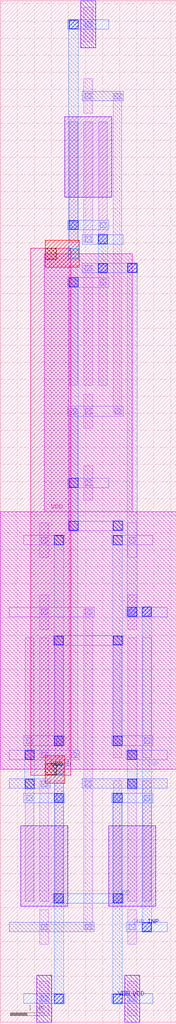
<source format=lef>
VERSION 5.7 ;

  DIVIDERCHAR "/" ;
  BUSBITCHARS "[]" ;
MACRO RING_OSCILLATOR
  CLASS BLOCK ;
  FOREIGN RING_OSCILLATOR ;
  ORIGIN 0.000 -0.150 ;
  SIZE 5.160 BY 29.940 ;
  PIN VDD
    ANTENNADIFFAREA 3.910200 ;
    PORT
      LAYER pwell ;
        RECT 2.365 28.710 2.795 30.090 ;
        RECT 1.075 0.150 1.505 1.530 ;
        RECT 3.655 0.150 4.085 1.530 ;
      LAYER li1 ;
        RECT 2.455 28.895 2.705 29.905 ;
        RECT 2.025 23.015 2.275 26.545 ;
        RECT 2.885 23.015 3.135 26.545 ;
        RECT 0.735 3.695 0.985 7.225 ;
        RECT 1.595 3.695 1.845 7.225 ;
        RECT 3.315 3.695 3.565 7.225 ;
        RECT 4.175 3.695 4.425 7.225 ;
        RECT 1.165 0.335 1.415 1.345 ;
        RECT 3.745 0.335 3.995 1.345 ;
      LAYER mcon ;
        RECT 2.495 29.315 2.665 29.485 ;
        RECT 2.065 23.435 2.235 23.605 ;
        RECT 2.925 23.435 3.095 23.605 ;
        RECT 0.775 6.635 0.945 6.805 ;
        RECT 1.635 6.635 1.805 6.805 ;
        RECT 3.355 6.635 3.525 6.805 ;
        RECT 4.215 6.635 4.385 6.805 ;
        RECT 1.205 0.755 1.375 0.925 ;
        RECT 3.785 0.755 3.955 0.925 ;
      LAYER met1 ;
        RECT 1.980 29.260 3.180 29.540 ;
        RECT 1.980 23.380 3.180 23.660 ;
        RECT 0.690 6.580 1.890 6.860 ;
        RECT 3.270 6.580 4.470 6.860 ;
        RECT 1.560 3.640 3.600 3.920 ;
        RECT 0.690 0.700 1.890 0.980 ;
        RECT 3.270 0.700 4.470 0.980 ;
      LAYER via ;
        RECT 2.020 29.270 2.280 29.530 ;
        RECT 2.020 23.390 2.280 23.650 ;
        RECT 1.590 6.590 1.850 6.850 ;
        RECT 3.310 6.590 3.570 6.850 ;
        RECT 1.590 3.650 1.850 3.910 ;
        RECT 3.310 3.650 3.570 3.910 ;
        RECT 1.590 0.710 1.850 0.970 ;
        RECT 3.310 0.710 3.570 0.970 ;
      LAYER met2 ;
        RECT 2.010 22.495 2.290 29.560 ;
        RECT 1.580 0.680 1.860 7.745 ;
        RECT 3.300 0.680 3.580 6.880 ;
      LAYER via2 ;
        RECT 2.010 22.540 2.290 22.820 ;
        RECT 1.580 7.420 1.860 7.700 ;
      LAYER met3 ;
        RECT 1.315 22.280 2.315 23.080 ;
        RECT 1.315 7.160 1.885 7.960 ;
      LAYER via3 ;
        RECT 1.320 22.520 1.640 22.840 ;
        RECT 1.320 7.400 1.640 7.720 ;
      LAYER met4 ;
        RECT 0.890 7.395 2.070 22.845 ;
    END
  END VDD
  PIN INP
    ANTENNAGATEAREA 1.260000 ;
    ANTENNADIFFAREA 1.176000 ;
    PORT
      LAYER li1 ;
        RECT 2.455 23.015 2.705 26.545 ;
        RECT 2.455 18.815 2.705 22.345 ;
        RECT 3.745 11.675 3.995 12.685 ;
        RECT 3.745 2.435 3.995 3.445 ;
      LAYER mcon ;
        RECT 2.495 23.015 2.665 23.185 ;
        RECT 2.495 22.175 2.665 22.345 ;
        RECT 3.785 12.095 3.955 12.265 ;
        RECT 3.785 2.855 3.955 3.025 ;
      LAYER met1 ;
        RECT 2.410 22.960 3.610 23.240 ;
        RECT 2.410 22.120 4.030 22.400 ;
        RECT 3.700 12.040 4.900 12.320 ;
        RECT 3.700 2.800 4.900 3.080 ;
      LAYER via ;
        RECT 2.880 22.970 3.140 23.230 ;
        RECT 2.880 22.130 3.140 22.390 ;
        RECT 3.740 22.130 4.000 22.390 ;
        RECT 3.740 12.050 4.000 12.310 ;
        RECT 4.170 12.050 4.430 12.310 ;
        RECT 4.170 2.810 4.430 3.070 ;
      LAYER met2 ;
        RECT 2.870 22.100 3.150 23.260 ;
        RECT 3.730 12.020 4.010 22.420 ;
        RECT 4.160 2.780 4.440 12.340 ;
    END
  END INP
  OBS
      LAYER pwell ;
        RECT 1.895 24.335 3.265 26.695 ;
      LAYER nwell ;
        RECT 1.290 15.120 3.870 22.680 ;
        RECT 0.000 7.560 5.160 15.120 ;
      LAYER pwell ;
        RECT 0.605 3.545 1.975 5.905 ;
        RECT 3.185 3.545 4.555 5.905 ;
      LAYER li1 ;
        RECT 2.455 26.795 2.705 27.805 ;
        RECT 2.025 18.815 2.275 22.345 ;
        RECT 2.885 18.815 3.135 22.345 ;
        RECT 1.165 13.775 1.415 14.785 ;
        RECT 1.165 11.675 1.415 12.685 ;
        RECT 0.735 7.895 0.985 11.425 ;
        RECT 1.165 7.895 1.415 11.425 ;
        RECT 1.595 7.895 1.845 11.425 ;
        RECT 2.025 7.895 2.275 18.145 ;
        RECT 2.455 17.555 2.705 18.565 ;
        RECT 3.315 17.975 3.565 27.385 ;
        RECT 2.455 15.455 2.705 16.465 ;
        RECT 3.745 13.775 3.995 14.785 ;
        RECT 1.165 3.695 1.415 7.225 ;
        RECT 1.165 2.435 1.415 3.445 ;
        RECT 2.455 2.855 2.705 12.265 ;
        RECT 3.315 7.895 3.565 11.425 ;
        RECT 3.745 7.895 3.995 11.425 ;
        RECT 4.175 7.895 4.425 11.425 ;
        RECT 3.745 3.695 3.995 7.225 ;
      LAYER mcon ;
        RECT 2.495 27.215 2.665 27.385 ;
        RECT 3.355 27.215 3.525 27.385 ;
        RECT 2.065 21.755 2.235 21.925 ;
        RECT 2.925 21.755 3.095 21.925 ;
        RECT 2.065 17.975 2.235 18.145 ;
        RECT 1.205 14.195 1.375 14.365 ;
        RECT 1.205 12.095 1.375 12.265 ;
        RECT 0.775 8.315 0.945 8.485 ;
        RECT 1.205 7.895 1.375 8.065 ;
        RECT 1.635 8.315 1.805 8.485 ;
        RECT 2.495 17.975 2.665 18.145 ;
        RECT 3.355 17.975 3.525 18.145 ;
        RECT 2.495 15.875 2.665 16.045 ;
        RECT 3.785 14.195 3.955 14.365 ;
        RECT 2.065 7.895 2.235 8.065 ;
        RECT 2.495 12.095 2.665 12.265 ;
        RECT 3.355 8.315 3.525 8.485 ;
        RECT 3.785 7.895 3.955 8.065 ;
        RECT 4.215 8.315 4.385 8.485 ;
        RECT 1.205 7.055 1.375 7.225 ;
        RECT 2.495 7.055 2.665 7.225 ;
        RECT 1.205 2.855 1.375 3.025 ;
        RECT 3.785 7.055 3.955 7.225 ;
        RECT 2.495 2.855 2.665 3.025 ;
      LAYER met1 ;
        RECT 2.410 27.160 3.610 27.440 ;
        RECT 1.980 21.700 3.180 21.980 ;
        RECT 1.980 17.920 3.610 18.200 ;
        RECT 1.980 15.820 3.180 16.100 ;
        RECT 1.990 14.560 3.600 14.840 ;
        RECT 0.690 14.140 1.890 14.420 ;
        RECT 3.270 14.140 4.470 14.420 ;
        RECT 0.260 12.040 2.750 12.320 ;
        RECT 1.560 11.200 3.600 11.480 ;
        RECT 0.690 8.260 1.890 8.540 ;
        RECT 3.270 8.260 4.470 8.540 ;
        RECT 0.260 7.840 2.320 8.120 ;
        RECT 3.700 7.840 4.900 8.120 ;
        RECT 0.260 7.000 1.460 7.280 ;
        RECT 2.410 7.000 4.900 7.280 ;
        RECT 0.260 2.800 2.750 3.080 ;
      LAYER via ;
        RECT 2.020 21.710 2.280 21.970 ;
        RECT 2.020 15.830 2.280 16.090 ;
        RECT 2.020 14.570 2.280 14.830 ;
        RECT 3.310 14.570 3.570 14.830 ;
        RECT 1.590 14.150 1.850 14.410 ;
        RECT 3.310 14.150 3.570 14.410 ;
        RECT 1.590 11.210 1.850 11.470 ;
        RECT 3.310 11.210 3.570 11.470 ;
        RECT 1.590 8.270 1.850 8.530 ;
        RECT 3.310 8.270 3.570 8.530 ;
        RECT 0.730 7.850 0.990 8.110 ;
        RECT 3.740 7.850 4.000 8.110 ;
        RECT 0.730 7.010 0.990 7.270 ;
        RECT 3.740 7.010 4.000 7.270 ;
      LAYER met2 ;
        RECT 2.010 14.540 2.290 22.000 ;
        RECT 1.580 8.240 1.860 14.440 ;
        RECT 3.300 8.240 3.580 14.860 ;
        RECT 0.720 6.980 1.000 8.140 ;
        RECT 3.730 6.980 4.010 8.140 ;
  END
END RING_OSCILLATOR
END LIBRARY


</source>
